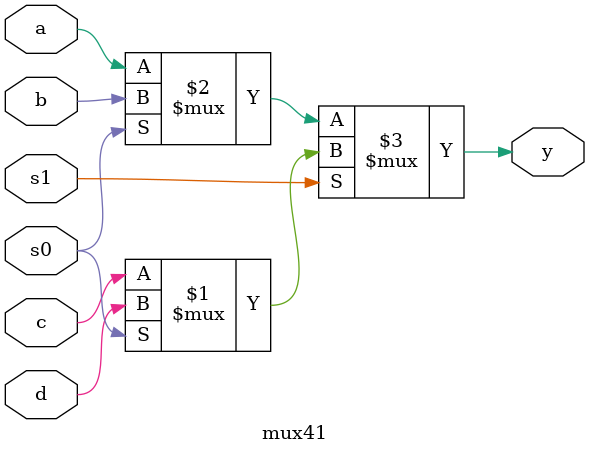
<source format=sv>
module mux41(a,b,c,d,s0,s1,y);
input logic a,b,c,d,s0,s1;
output logic y;
assign y = s1?(s0?d:c):(s0?b:a);
endmodule

</source>
